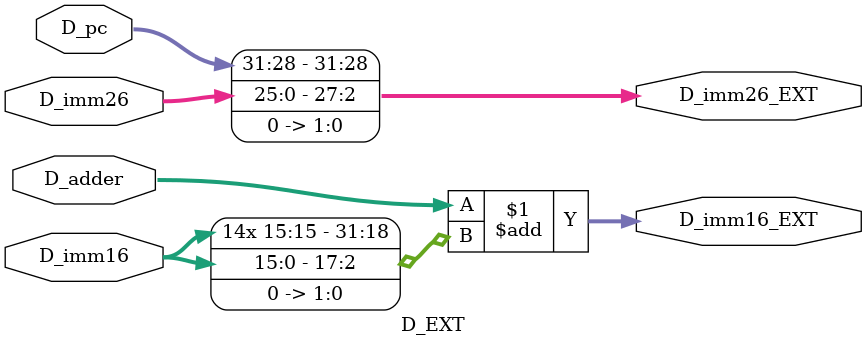
<source format=v>
`timescale 1ns / 1ps
module D_EXT(
    input [15:0] D_imm16,
    input [25:0] D_imm26,
	 input [31:0] D_adder,
	 input [31:0] D_pc,
    output [31:0] D_imm16_EXT,
    output [31:0] D_imm26_EXT
    );
	assign D_imm16_EXT=D_adder+{{14{D_imm16[15]}},D_imm16,2'b0};
	assign D_imm26_EXT={D_pc[31:28],D_imm26,2'b0};

endmodule

</source>
